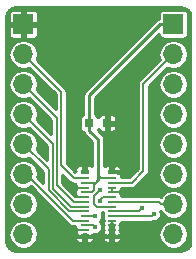
<source format=gtl>
G04 #@! TF.GenerationSoftware,KiCad,Pcbnew,(5.0-dev-4158-ga83669ab1)*
G04 #@! TF.CreationDate,2018-03-07T22:38:40+01:00*
G04 #@! TF.ProjectId,bbq10breakout,6262713130627265616B6F75742E6B69,rev?*
G04 #@! TF.SameCoordinates,Original*
G04 #@! TF.FileFunction,Copper,L1,Top,Signal*
G04 #@! TF.FilePolarity,Positive*
%FSLAX46Y46*%
G04 Gerber Fmt 4.6, Leading zero omitted, Abs format (unit mm)*
G04 Created by KiCad (PCBNEW (5.0-dev-4158-ga83669ab1)) date 03/07/18 22:38:40*
%MOMM*%
%LPD*%
G01*
G04 APERTURE LIST*
%ADD10R,1.700000X1.700000*%
%ADD11O,1.700000X1.700000*%
%ADD12R,0.800000X0.750000*%
%ADD13R,0.800000X0.200000*%
%ADD14R,0.800000X0.400000*%
%ADD15C,0.450000*%
%ADD16C,0.177800*%
%ADD17C,0.254000*%
G04 APERTURE END LIST*
D10*
X180340000Y-33020000D03*
D11*
X180340000Y-35560000D03*
X180340000Y-38100000D03*
X180340000Y-40640000D03*
X180340000Y-43180000D03*
X180340000Y-45720000D03*
X180340000Y-48260000D03*
X180340000Y-50800000D03*
X167640000Y-50800000D03*
X167640000Y-48260000D03*
X167640000Y-45720000D03*
X167640000Y-43180000D03*
X167640000Y-40640000D03*
X167640000Y-38100000D03*
X167640000Y-35560000D03*
D10*
X167640000Y-33020000D03*
D12*
X173240000Y-41402000D03*
X174740000Y-41402000D03*
D13*
X175140000Y-46060000D03*
X175140000Y-46460000D03*
X175140000Y-46860000D03*
X175140000Y-47260000D03*
X175140000Y-47660000D03*
X175140000Y-48060000D03*
X175140000Y-48460000D03*
X175140000Y-48860000D03*
X175140000Y-49260000D03*
X175140000Y-49660000D03*
X175140000Y-50060000D03*
X175140000Y-50460000D03*
X172840000Y-50460000D03*
X172840000Y-50060000D03*
X172840000Y-49660000D03*
X172840000Y-49260000D03*
X172840000Y-48860000D03*
X172840000Y-48460000D03*
X172840000Y-48060000D03*
X172840000Y-47660000D03*
X172840000Y-47260000D03*
X172840000Y-46860000D03*
X172840000Y-46460000D03*
X172840000Y-46060000D03*
D14*
X175140000Y-45560000D03*
X175140000Y-50960000D03*
X172840000Y-50960000D03*
X172840000Y-45560000D03*
D15*
X177038000Y-51054000D03*
X170180000Y-49784000D03*
X172466000Y-44831000D03*
X171450000Y-46482000D03*
X173736000Y-49276000D03*
X173736000Y-50165000D03*
X178700000Y-49100000D03*
X174100000Y-47100000D03*
X177700000Y-48600000D03*
X174100000Y-48000000D03*
D16*
X173417800Y-47260000D02*
X173600000Y-47077800D01*
X172840000Y-47260000D02*
X173417800Y-47260000D01*
X173600000Y-47077800D02*
X173600000Y-46618000D01*
X173600000Y-46618000D02*
X173990000Y-46228000D01*
D17*
X173990000Y-45847000D02*
X173990000Y-46228000D01*
D16*
X172840000Y-46460000D02*
X173758000Y-46460000D01*
X173758000Y-46460000D02*
X173990000Y-46228000D01*
D17*
X173990000Y-42781000D02*
X173990000Y-45847000D01*
D16*
X175140000Y-46060000D02*
X174203000Y-46060000D01*
X174203000Y-46060000D02*
X173990000Y-45847000D01*
D17*
X173240000Y-41402000D02*
X173240000Y-42031000D01*
X173240000Y-42031000D02*
X173990000Y-42781000D01*
X180340000Y-33020000D02*
X179236000Y-33020000D01*
X179236000Y-33020000D02*
X173240000Y-39016000D01*
X173240000Y-39016000D02*
X173240000Y-40773000D01*
X173240000Y-40773000D02*
X173240000Y-41402000D01*
D16*
X175140000Y-46860000D02*
X175140000Y-47260000D01*
X175140000Y-47260000D02*
X176006000Y-47260000D01*
X172840000Y-45205000D02*
X172466000Y-44831000D01*
X172840000Y-45560000D02*
X172840000Y-45205000D01*
X172262200Y-46860000D02*
X171828000Y-46860000D01*
X172840000Y-47660000D02*
X172262200Y-47660000D01*
X172262200Y-47660000D02*
X171450000Y-46847800D01*
X171450000Y-46847800D02*
X171450000Y-46800198D01*
X171450000Y-46800198D02*
X171450000Y-46482000D01*
X172840000Y-46860000D02*
X171828000Y-46860000D01*
X171828000Y-46860000D02*
X171450000Y-46482000D01*
X172840000Y-50460000D02*
X172262200Y-50460000D01*
X172262200Y-50460000D02*
X172176200Y-50546000D01*
X172262200Y-46860000D02*
X172259200Y-46863000D01*
X175140000Y-49660000D02*
X175140000Y-50060000D01*
X171917000Y-46060000D02*
X170840440Y-44983440D01*
X172840000Y-46060000D02*
X171917000Y-46060000D01*
X170840440Y-44983440D02*
X170840440Y-38760440D01*
X170840440Y-38760440D02*
X168489999Y-36409999D01*
X168489999Y-36409999D02*
X167640000Y-35560000D01*
X170484830Y-46654738D02*
X170484830Y-40944830D01*
X170484830Y-40944830D02*
X167640000Y-38100000D01*
X172840000Y-48060000D02*
X171890092Y-48060000D01*
X171890092Y-48060000D02*
X170484830Y-46654738D01*
X176806000Y-46460000D02*
X177800000Y-45466000D01*
X175140000Y-46460000D02*
X176806000Y-46460000D01*
X177800000Y-45466000D02*
X177800000Y-38100000D01*
X177800000Y-38100000D02*
X179490001Y-36409999D01*
X179490001Y-36409999D02*
X180340000Y-35560000D01*
X170129220Y-46939220D02*
X170129220Y-43129220D01*
X170129220Y-43129220D02*
X167640000Y-40640000D01*
X171650000Y-48460000D02*
X170129220Y-46939220D01*
X172840000Y-48460000D02*
X171650000Y-48460000D01*
X173720000Y-49260000D02*
X173736000Y-49276000D01*
X172840000Y-49260000D02*
X173720000Y-49260000D01*
X169773609Y-47086518D02*
X169773609Y-45313609D01*
X169773609Y-45313609D02*
X167640000Y-43180000D01*
X171547091Y-48860000D02*
X169773609Y-47086518D01*
X172840000Y-48860000D02*
X171547091Y-48860000D01*
X173631000Y-50060000D02*
X173736000Y-50165000D01*
X172840000Y-50060000D02*
X173631000Y-50060000D01*
X171844182Y-49660000D02*
X167904182Y-45720000D01*
X172840000Y-49660000D02*
X171844182Y-49660000D01*
X167904182Y-45720000D02*
X167640000Y-45720000D01*
X175140000Y-49260000D02*
X178540000Y-49260000D01*
X178540000Y-49260000D02*
X178700000Y-49100000D01*
X174562200Y-48460000D02*
X174530484Y-48491716D01*
X175140000Y-48460000D02*
X174562200Y-48460000D01*
X173863982Y-48491716D02*
X173608298Y-48236032D01*
X173608298Y-47591702D02*
X173875001Y-47324999D01*
X173875001Y-47324999D02*
X174100000Y-47100000D01*
X173608298Y-48236032D02*
X173608298Y-47591702D01*
X174530484Y-48491716D02*
X173863982Y-48491716D01*
X177475001Y-48824999D02*
X177700000Y-48600000D01*
X177440000Y-48860000D02*
X177475001Y-48824999D01*
X175140000Y-48860000D02*
X177440000Y-48860000D01*
X175140000Y-47660000D02*
X174440000Y-47660000D01*
X174440000Y-47660000D02*
X174324999Y-47775001D01*
X174324999Y-47775001D02*
X174100000Y-48000000D01*
X179124000Y-48060000D02*
X179324000Y-48260000D01*
X175140000Y-48060000D02*
X179124000Y-48060000D01*
X179324000Y-48260000D02*
X180340000Y-48260000D01*
D17*
G36*
X181283086Y-31641216D02*
X181544268Y-31815732D01*
X181718785Y-32076915D01*
X181789000Y-32429911D01*
X181789000Y-51390089D01*
X181718785Y-51743085D01*
X181544268Y-52004268D01*
X181283086Y-52178784D01*
X180930088Y-52249000D01*
X167049911Y-52249000D01*
X166696915Y-52178785D01*
X166435732Y-52004268D01*
X166261216Y-51743086D01*
X166191000Y-51390088D01*
X166191000Y-50800000D01*
X166384883Y-50800000D01*
X166478587Y-51271083D01*
X166745435Y-51670448D01*
X167144800Y-51937296D01*
X167615883Y-52031000D01*
X167664117Y-52031000D01*
X168135200Y-51937296D01*
X168534565Y-51670448D01*
X168801413Y-51271083D01*
X168824453Y-51155250D01*
X172059000Y-51155250D01*
X172059000Y-51235786D01*
X172117004Y-51375820D01*
X172224181Y-51482996D01*
X172364215Y-51541000D01*
X172617750Y-51541000D01*
X172713000Y-51445750D01*
X172713000Y-51060000D01*
X172967000Y-51060000D01*
X172967000Y-51445750D01*
X173062250Y-51541000D01*
X173315785Y-51541000D01*
X173455819Y-51482996D01*
X173562996Y-51375820D01*
X173621000Y-51235786D01*
X173621000Y-51155250D01*
X174359000Y-51155250D01*
X174359000Y-51235786D01*
X174417004Y-51375820D01*
X174524181Y-51482996D01*
X174664215Y-51541000D01*
X174917750Y-51541000D01*
X175013000Y-51445750D01*
X175013000Y-51060000D01*
X175267000Y-51060000D01*
X175267000Y-51445750D01*
X175362250Y-51541000D01*
X175615785Y-51541000D01*
X175755819Y-51482996D01*
X175862996Y-51375820D01*
X175921000Y-51235786D01*
X175921000Y-51155250D01*
X175825750Y-51060000D01*
X175267000Y-51060000D01*
X175013000Y-51060000D01*
X174454250Y-51060000D01*
X174359000Y-51155250D01*
X173621000Y-51155250D01*
X173525750Y-51060000D01*
X172967000Y-51060000D01*
X172713000Y-51060000D01*
X172154250Y-51060000D01*
X172059000Y-51155250D01*
X168824453Y-51155250D01*
X168895117Y-50800000D01*
X168801413Y-50328917D01*
X168534565Y-49929552D01*
X168135200Y-49662704D01*
X167664117Y-49569000D01*
X167615883Y-49569000D01*
X167144800Y-49662704D01*
X166745435Y-49929552D01*
X166478587Y-50328917D01*
X166384883Y-50800000D01*
X166191000Y-50800000D01*
X166191000Y-48260000D01*
X166384883Y-48260000D01*
X166478587Y-48731083D01*
X166745435Y-49130448D01*
X167144800Y-49397296D01*
X167615883Y-49491000D01*
X167664117Y-49491000D01*
X168135200Y-49397296D01*
X168534565Y-49130448D01*
X168801413Y-48731083D01*
X168895117Y-48260000D01*
X168801413Y-47788917D01*
X168534565Y-47389552D01*
X168135200Y-47122704D01*
X167664117Y-47029000D01*
X167615883Y-47029000D01*
X167144800Y-47122704D01*
X166745435Y-47389552D01*
X166478587Y-47788917D01*
X166384883Y-48260000D01*
X166191000Y-48260000D01*
X166191000Y-35560000D01*
X166384883Y-35560000D01*
X166478587Y-36031083D01*
X166745435Y-36430448D01*
X167144800Y-36697296D01*
X167615883Y-36791000D01*
X167664117Y-36791000D01*
X168116481Y-36701020D01*
X168157729Y-36742268D01*
X168157732Y-36742270D01*
X170370540Y-38955079D01*
X170370540Y-40166001D01*
X168791082Y-38586544D01*
X168801413Y-38571083D01*
X168895117Y-38100000D01*
X168801413Y-37628917D01*
X168534565Y-37229552D01*
X168135200Y-36962704D01*
X167664117Y-36869000D01*
X167615883Y-36869000D01*
X167144800Y-36962704D01*
X166745435Y-37229552D01*
X166478587Y-37628917D01*
X166384883Y-38100000D01*
X166478587Y-38571083D01*
X166745435Y-38970448D01*
X167144800Y-39237296D01*
X167615883Y-39331000D01*
X167664117Y-39331000D01*
X168116481Y-39241019D01*
X170014930Y-41139469D01*
X170014930Y-42350391D01*
X168791082Y-41126544D01*
X168801413Y-41111083D01*
X168895117Y-40640000D01*
X168801413Y-40168917D01*
X168534565Y-39769552D01*
X168135200Y-39502704D01*
X167664117Y-39409000D01*
X167615883Y-39409000D01*
X167144800Y-39502704D01*
X166745435Y-39769552D01*
X166478587Y-40168917D01*
X166384883Y-40640000D01*
X166478587Y-41111083D01*
X166745435Y-41510448D01*
X167144800Y-41777296D01*
X167615883Y-41871000D01*
X167664117Y-41871000D01*
X168116481Y-41781019D01*
X169659320Y-43323859D01*
X169659320Y-44534781D01*
X168791082Y-43666544D01*
X168801413Y-43651083D01*
X168895117Y-43180000D01*
X168801413Y-42708917D01*
X168534565Y-42309552D01*
X168135200Y-42042704D01*
X167664117Y-41949000D01*
X167615883Y-41949000D01*
X167144800Y-42042704D01*
X166745435Y-42309552D01*
X166478587Y-42708917D01*
X166384883Y-43180000D01*
X166478587Y-43651083D01*
X166745435Y-44050448D01*
X167144800Y-44317296D01*
X167615883Y-44411000D01*
X167664117Y-44411000D01*
X168116481Y-44321019D01*
X169303709Y-45508248D01*
X169303709Y-46454989D01*
X168840964Y-45992244D01*
X168895117Y-45720000D01*
X168801413Y-45248917D01*
X168534565Y-44849552D01*
X168135200Y-44582704D01*
X167664117Y-44489000D01*
X167615883Y-44489000D01*
X167144800Y-44582704D01*
X166745435Y-44849552D01*
X166478587Y-45248917D01*
X166384883Y-45720000D01*
X166478587Y-46191083D01*
X166745435Y-46590448D01*
X167144800Y-46857296D01*
X167615883Y-46951000D01*
X167664117Y-46951000D01*
X168135200Y-46857296D01*
X168280112Y-46760468D01*
X171511912Y-49992269D01*
X171634605Y-50074250D01*
X171664359Y-50094131D01*
X171844182Y-50129900D01*
X172051536Y-50129900D01*
X172051536Y-50160000D01*
X172070649Y-50256090D01*
X172059000Y-50284214D01*
X172059000Y-50314750D01*
X172137884Y-50393634D01*
X172165314Y-50434686D01*
X172201992Y-50459193D01*
X172117004Y-50544180D01*
X172114836Y-50549414D01*
X172059000Y-50605250D01*
X172059000Y-50635786D01*
X172069030Y-50660000D01*
X172059000Y-50684214D01*
X172059000Y-50764750D01*
X172154250Y-50860000D01*
X172201185Y-50860000D01*
X172224181Y-50882996D01*
X172364215Y-50941000D01*
X172617750Y-50941000D01*
X172698750Y-50860000D01*
X172713000Y-50860000D01*
X172713000Y-50813000D01*
X172967000Y-50813000D01*
X172967000Y-50860000D01*
X172981250Y-50860000D01*
X173062250Y-50941000D01*
X173315785Y-50941000D01*
X173455819Y-50882996D01*
X173478815Y-50860000D01*
X173525750Y-50860000D01*
X173614878Y-50770872D01*
X173614930Y-50770894D01*
X173856012Y-50771105D01*
X174078823Y-50679041D01*
X174249442Y-50508719D01*
X174341894Y-50286070D01*
X174342105Y-50044988D01*
X174250041Y-49822177D01*
X174148513Y-49720472D01*
X174249442Y-49619719D01*
X174341894Y-49397070D01*
X174342105Y-49155988D01*
X174261792Y-48961616D01*
X174351857Y-48961616D01*
X174371427Y-49060000D01*
X174351536Y-49160000D01*
X174351536Y-49360000D01*
X174370649Y-49456090D01*
X174359000Y-49484214D01*
X174359000Y-49514750D01*
X174437884Y-49593634D01*
X174465314Y-49634686D01*
X174501992Y-49659193D01*
X174417004Y-49744180D01*
X174414836Y-49749414D01*
X174359000Y-49805250D01*
X174359000Y-49835786D01*
X174369030Y-49860000D01*
X174359000Y-49884214D01*
X174359000Y-49914750D01*
X174414836Y-49970586D01*
X174417004Y-49975820D01*
X174501185Y-50060000D01*
X174417004Y-50144180D01*
X174414836Y-50149414D01*
X174359000Y-50205250D01*
X174359000Y-50235786D01*
X174369030Y-50260000D01*
X174359000Y-50284214D01*
X174359000Y-50314750D01*
X174414836Y-50370586D01*
X174417004Y-50375820D01*
X174501185Y-50460000D01*
X174417004Y-50544180D01*
X174414836Y-50549414D01*
X174359000Y-50605250D01*
X174359000Y-50635786D01*
X174369030Y-50660000D01*
X174359000Y-50684214D01*
X174359000Y-50764750D01*
X174454250Y-50860000D01*
X174501185Y-50860000D01*
X174524181Y-50882996D01*
X174664215Y-50941000D01*
X174917750Y-50941000D01*
X174998750Y-50860000D01*
X175013000Y-50860000D01*
X175013000Y-50474250D01*
X174998750Y-50460000D01*
X175013000Y-50445750D01*
X175013000Y-50074250D01*
X174998750Y-50060000D01*
X175013000Y-50045750D01*
X175013000Y-49960000D01*
X175267000Y-49960000D01*
X175267000Y-50045750D01*
X175281250Y-50060000D01*
X175267000Y-50074250D01*
X175267000Y-50445750D01*
X175281250Y-50460000D01*
X175267000Y-50474250D01*
X175267000Y-50860000D01*
X175281250Y-50860000D01*
X175362250Y-50941000D01*
X175615785Y-50941000D01*
X175755819Y-50882996D01*
X175778815Y-50860000D01*
X175825750Y-50860000D01*
X175885750Y-50800000D01*
X179084883Y-50800000D01*
X179178587Y-51271083D01*
X179445435Y-51670448D01*
X179844800Y-51937296D01*
X180315883Y-52031000D01*
X180364117Y-52031000D01*
X180835200Y-51937296D01*
X181234565Y-51670448D01*
X181501413Y-51271083D01*
X181595117Y-50800000D01*
X181501413Y-50328917D01*
X181234565Y-49929552D01*
X180835200Y-49662704D01*
X180364117Y-49569000D01*
X180315883Y-49569000D01*
X179844800Y-49662704D01*
X179445435Y-49929552D01*
X179178587Y-50328917D01*
X179084883Y-50800000D01*
X175885750Y-50800000D01*
X175921000Y-50764750D01*
X175921000Y-50684214D01*
X175910970Y-50660000D01*
X175921000Y-50635786D01*
X175921000Y-50605250D01*
X175865164Y-50549414D01*
X175862996Y-50544180D01*
X175778815Y-50460000D01*
X175862996Y-50375820D01*
X175865164Y-50370586D01*
X175921000Y-50314750D01*
X175921000Y-50284214D01*
X175910970Y-50260000D01*
X175921000Y-50235786D01*
X175921000Y-50205250D01*
X175865164Y-50149414D01*
X175862996Y-50144180D01*
X175778815Y-50060000D01*
X175862996Y-49975820D01*
X175865164Y-49970586D01*
X175921000Y-49914750D01*
X175921000Y-49884214D01*
X175910970Y-49860000D01*
X175921000Y-49835786D01*
X175921000Y-49805250D01*
X175902752Y-49787002D01*
X175921000Y-49787002D01*
X175921000Y-49729900D01*
X178540000Y-49729900D01*
X178660328Y-49705965D01*
X178820012Y-49706105D01*
X179042823Y-49614041D01*
X179213442Y-49443719D01*
X179305894Y-49221070D01*
X179306105Y-48979988D01*
X179243239Y-48827841D01*
X179445435Y-49130448D01*
X179844800Y-49397296D01*
X180315883Y-49491000D01*
X180364117Y-49491000D01*
X180835200Y-49397296D01*
X181234565Y-49130448D01*
X181501413Y-48731083D01*
X181595117Y-48260000D01*
X181501413Y-47788917D01*
X181234565Y-47389552D01*
X180835200Y-47122704D01*
X180364117Y-47029000D01*
X180315883Y-47029000D01*
X179844800Y-47122704D01*
X179445435Y-47389552D01*
X179289444Y-47623009D01*
X179124000Y-47590100D01*
X175928464Y-47590100D01*
X175928464Y-47560000D01*
X175909351Y-47463910D01*
X175921000Y-47435786D01*
X175921000Y-47405250D01*
X175842116Y-47326366D01*
X175814686Y-47285314D01*
X175778008Y-47260807D01*
X175862996Y-47175820D01*
X175865164Y-47170586D01*
X175921000Y-47114750D01*
X175921000Y-47084214D01*
X175910970Y-47060000D01*
X175921000Y-47035786D01*
X175921000Y-47005250D01*
X175902752Y-46987002D01*
X175921000Y-46987002D01*
X175921000Y-46929900D01*
X176806000Y-46929900D01*
X176985823Y-46894131D01*
X177138269Y-46792269D01*
X178132269Y-45798270D01*
X178184567Y-45720000D01*
X179084883Y-45720000D01*
X179178587Y-46191083D01*
X179445435Y-46590448D01*
X179844800Y-46857296D01*
X180315883Y-46951000D01*
X180364117Y-46951000D01*
X180835200Y-46857296D01*
X181234565Y-46590448D01*
X181501413Y-46191083D01*
X181595117Y-45720000D01*
X181501413Y-45248917D01*
X181234565Y-44849552D01*
X180835200Y-44582704D01*
X180364117Y-44489000D01*
X180315883Y-44489000D01*
X179844800Y-44582704D01*
X179445435Y-44849552D01*
X179178587Y-45248917D01*
X179084883Y-45720000D01*
X178184567Y-45720000D01*
X178234131Y-45645823D01*
X178245215Y-45590100D01*
X178269900Y-45466000D01*
X178269900Y-43180000D01*
X179084883Y-43180000D01*
X179178587Y-43651083D01*
X179445435Y-44050448D01*
X179844800Y-44317296D01*
X180315883Y-44411000D01*
X180364117Y-44411000D01*
X180835200Y-44317296D01*
X181234565Y-44050448D01*
X181501413Y-43651083D01*
X181595117Y-43180000D01*
X181501413Y-42708917D01*
X181234565Y-42309552D01*
X180835200Y-42042704D01*
X180364117Y-41949000D01*
X180315883Y-41949000D01*
X179844800Y-42042704D01*
X179445435Y-42309552D01*
X179178587Y-42708917D01*
X179084883Y-43180000D01*
X178269900Y-43180000D01*
X178269900Y-40640000D01*
X179084883Y-40640000D01*
X179178587Y-41111083D01*
X179445435Y-41510448D01*
X179844800Y-41777296D01*
X180315883Y-41871000D01*
X180364117Y-41871000D01*
X180835200Y-41777296D01*
X181234565Y-41510448D01*
X181501413Y-41111083D01*
X181595117Y-40640000D01*
X181501413Y-40168917D01*
X181234565Y-39769552D01*
X180835200Y-39502704D01*
X180364117Y-39409000D01*
X180315883Y-39409000D01*
X179844800Y-39502704D01*
X179445435Y-39769552D01*
X179178587Y-40168917D01*
X179084883Y-40640000D01*
X178269900Y-40640000D01*
X178269900Y-38294638D01*
X178464538Y-38100000D01*
X179084883Y-38100000D01*
X179178587Y-38571083D01*
X179445435Y-38970448D01*
X179844800Y-39237296D01*
X180315883Y-39331000D01*
X180364117Y-39331000D01*
X180835200Y-39237296D01*
X181234565Y-38970448D01*
X181501413Y-38571083D01*
X181595117Y-38100000D01*
X181501413Y-37628917D01*
X181234565Y-37229552D01*
X180835200Y-36962704D01*
X180364117Y-36869000D01*
X180315883Y-36869000D01*
X179844800Y-36962704D01*
X179445435Y-37229552D01*
X179178587Y-37628917D01*
X179084883Y-38100000D01*
X178464538Y-38100000D01*
X179822270Y-36742269D01*
X179822272Y-36742266D01*
X179863519Y-36701019D01*
X180315883Y-36791000D01*
X180364117Y-36791000D01*
X180835200Y-36697296D01*
X181234565Y-36430448D01*
X181501413Y-36031083D01*
X181595117Y-35560000D01*
X181501413Y-35088917D01*
X181234565Y-34689552D01*
X180835200Y-34422704D01*
X180364117Y-34329000D01*
X180315883Y-34329000D01*
X179844800Y-34422704D01*
X179445435Y-34689552D01*
X179178587Y-35088917D01*
X179084883Y-35560000D01*
X179178587Y-36031083D01*
X179188918Y-36046544D01*
X179157734Y-36077728D01*
X179157731Y-36077730D01*
X177467731Y-37767731D01*
X177365869Y-37920177D01*
X177330100Y-38100000D01*
X177330100Y-45271361D01*
X176611362Y-45990100D01*
X175928464Y-45990100D01*
X175928464Y-45960000D01*
X175909351Y-45863910D01*
X175921000Y-45835786D01*
X175921000Y-45755250D01*
X175825750Y-45660000D01*
X175776801Y-45660000D01*
X175688659Y-45601106D01*
X175540000Y-45571536D01*
X174993000Y-45571536D01*
X174993000Y-45460000D01*
X175013000Y-45460000D01*
X175013000Y-45074250D01*
X175267000Y-45074250D01*
X175267000Y-45460000D01*
X175825750Y-45460000D01*
X175921000Y-45364750D01*
X175921000Y-45284214D01*
X175862996Y-45144180D01*
X175755819Y-45037004D01*
X175615785Y-44979000D01*
X175362250Y-44979000D01*
X175267000Y-45074250D01*
X175013000Y-45074250D01*
X174917750Y-44979000D01*
X174664215Y-44979000D01*
X174524181Y-45037004D01*
X174498000Y-45063185D01*
X174498000Y-42781000D01*
X174480911Y-42695089D01*
X174459331Y-42586596D01*
X174349210Y-42421790D01*
X173940489Y-42013069D01*
X173992901Y-41934629D01*
X174017004Y-41992819D01*
X174124180Y-42099996D01*
X174264214Y-42158000D01*
X174517750Y-42158000D01*
X174613000Y-42062750D01*
X174613000Y-41529000D01*
X174867000Y-41529000D01*
X174867000Y-42062750D01*
X174962250Y-42158000D01*
X175215786Y-42158000D01*
X175355820Y-42099996D01*
X175462996Y-41992819D01*
X175521000Y-41852785D01*
X175521000Y-41624250D01*
X175425750Y-41529000D01*
X174867000Y-41529000D01*
X174613000Y-41529000D01*
X174593000Y-41529000D01*
X174593000Y-41275000D01*
X174613000Y-41275000D01*
X174613000Y-40741250D01*
X174867000Y-40741250D01*
X174867000Y-41275000D01*
X175425750Y-41275000D01*
X175521000Y-41179750D01*
X175521000Y-40951215D01*
X175462996Y-40811181D01*
X175355820Y-40704004D01*
X175215786Y-40646000D01*
X174962250Y-40646000D01*
X174867000Y-40741250D01*
X174613000Y-40741250D01*
X174517750Y-40646000D01*
X174264214Y-40646000D01*
X174124180Y-40704004D01*
X174017004Y-40811181D01*
X173992901Y-40869371D01*
X173914686Y-40752314D01*
X173788659Y-40668106D01*
X173748000Y-40660018D01*
X173748000Y-39226420D01*
X179102015Y-33872406D01*
X179131106Y-34018659D01*
X179215314Y-34144686D01*
X179341341Y-34228894D01*
X179490000Y-34258464D01*
X181190000Y-34258464D01*
X181338659Y-34228894D01*
X181464686Y-34144686D01*
X181548894Y-34018659D01*
X181578464Y-33870000D01*
X181578464Y-32170000D01*
X181548894Y-32021341D01*
X181464686Y-31895314D01*
X181338659Y-31811106D01*
X181190000Y-31781536D01*
X179490000Y-31781536D01*
X179341341Y-31811106D01*
X179215314Y-31895314D01*
X179131106Y-32021341D01*
X179101536Y-32170000D01*
X179101536Y-32538746D01*
X179041597Y-32550669D01*
X178876790Y-32660789D01*
X172880790Y-38656790D01*
X172770669Y-38821597D01*
X172732000Y-39016000D01*
X172732000Y-40660018D01*
X172691341Y-40668106D01*
X172565314Y-40752314D01*
X172481106Y-40878341D01*
X172451536Y-41027000D01*
X172451536Y-41777000D01*
X172481106Y-41925659D01*
X172565314Y-42051686D01*
X172691341Y-42135894D01*
X172755399Y-42148636D01*
X172770669Y-42225403D01*
X172880790Y-42390210D01*
X173482000Y-42991420D01*
X173482000Y-45063185D01*
X173455819Y-45037004D01*
X173315785Y-44979000D01*
X173062250Y-44979000D01*
X172967000Y-45074250D01*
X172967000Y-45460000D01*
X172987000Y-45460000D01*
X172987000Y-45571536D01*
X172693000Y-45571536D01*
X172693000Y-45460000D01*
X172713000Y-45460000D01*
X172713000Y-45074250D01*
X172617750Y-44979000D01*
X172364215Y-44979000D01*
X172224181Y-45037004D01*
X172117004Y-45144180D01*
X172059000Y-45284214D01*
X172059000Y-45364750D01*
X172127248Y-45432998D01*
X172059000Y-45432998D01*
X172059000Y-45537461D01*
X171310340Y-44788802D01*
X171310340Y-38760440D01*
X171274571Y-38580617D01*
X171267409Y-38569899D01*
X171172710Y-38428171D01*
X168822270Y-36077732D01*
X168822268Y-36077729D01*
X168791083Y-36046544D01*
X168801413Y-36031083D01*
X168895117Y-35560000D01*
X168801413Y-35088917D01*
X168534565Y-34689552D01*
X168135200Y-34422704D01*
X167664117Y-34329000D01*
X167615883Y-34329000D01*
X167144800Y-34422704D01*
X166745435Y-34689552D01*
X166478587Y-35088917D01*
X166384883Y-35560000D01*
X166191000Y-35560000D01*
X166191000Y-33242250D01*
X166409000Y-33242250D01*
X166409000Y-33945785D01*
X166467004Y-34085819D01*
X166574180Y-34192996D01*
X166714214Y-34251000D01*
X167417750Y-34251000D01*
X167513000Y-34155750D01*
X167513000Y-33147000D01*
X167767000Y-33147000D01*
X167767000Y-34155750D01*
X167862250Y-34251000D01*
X168565786Y-34251000D01*
X168705820Y-34192996D01*
X168812996Y-34085819D01*
X168871000Y-33945785D01*
X168871000Y-33242250D01*
X168775750Y-33147000D01*
X167767000Y-33147000D01*
X167513000Y-33147000D01*
X166504250Y-33147000D01*
X166409000Y-33242250D01*
X166191000Y-33242250D01*
X166191000Y-32429912D01*
X166257774Y-32094215D01*
X166409000Y-32094215D01*
X166409000Y-32797750D01*
X166504250Y-32893000D01*
X167513000Y-32893000D01*
X167513000Y-31884250D01*
X167767000Y-31884250D01*
X167767000Y-32893000D01*
X168775750Y-32893000D01*
X168871000Y-32797750D01*
X168871000Y-32094215D01*
X168812996Y-31954181D01*
X168705820Y-31847004D01*
X168565786Y-31789000D01*
X167862250Y-31789000D01*
X167767000Y-31884250D01*
X167513000Y-31884250D01*
X167417750Y-31789000D01*
X166714214Y-31789000D01*
X166574180Y-31847004D01*
X166467004Y-31954181D01*
X166409000Y-32094215D01*
X166257774Y-32094215D01*
X166261216Y-32076914D01*
X166435732Y-31815732D01*
X166696915Y-31641215D01*
X167049911Y-31571000D01*
X180930088Y-31571000D01*
X181283086Y-31641216D01*
X181283086Y-31641216D01*
G37*
X181283086Y-31641216D02*
X181544268Y-31815732D01*
X181718785Y-32076915D01*
X181789000Y-32429911D01*
X181789000Y-51390089D01*
X181718785Y-51743085D01*
X181544268Y-52004268D01*
X181283086Y-52178784D01*
X180930088Y-52249000D01*
X167049911Y-52249000D01*
X166696915Y-52178785D01*
X166435732Y-52004268D01*
X166261216Y-51743086D01*
X166191000Y-51390088D01*
X166191000Y-50800000D01*
X166384883Y-50800000D01*
X166478587Y-51271083D01*
X166745435Y-51670448D01*
X167144800Y-51937296D01*
X167615883Y-52031000D01*
X167664117Y-52031000D01*
X168135200Y-51937296D01*
X168534565Y-51670448D01*
X168801413Y-51271083D01*
X168824453Y-51155250D01*
X172059000Y-51155250D01*
X172059000Y-51235786D01*
X172117004Y-51375820D01*
X172224181Y-51482996D01*
X172364215Y-51541000D01*
X172617750Y-51541000D01*
X172713000Y-51445750D01*
X172713000Y-51060000D01*
X172967000Y-51060000D01*
X172967000Y-51445750D01*
X173062250Y-51541000D01*
X173315785Y-51541000D01*
X173455819Y-51482996D01*
X173562996Y-51375820D01*
X173621000Y-51235786D01*
X173621000Y-51155250D01*
X174359000Y-51155250D01*
X174359000Y-51235786D01*
X174417004Y-51375820D01*
X174524181Y-51482996D01*
X174664215Y-51541000D01*
X174917750Y-51541000D01*
X175013000Y-51445750D01*
X175013000Y-51060000D01*
X175267000Y-51060000D01*
X175267000Y-51445750D01*
X175362250Y-51541000D01*
X175615785Y-51541000D01*
X175755819Y-51482996D01*
X175862996Y-51375820D01*
X175921000Y-51235786D01*
X175921000Y-51155250D01*
X175825750Y-51060000D01*
X175267000Y-51060000D01*
X175013000Y-51060000D01*
X174454250Y-51060000D01*
X174359000Y-51155250D01*
X173621000Y-51155250D01*
X173525750Y-51060000D01*
X172967000Y-51060000D01*
X172713000Y-51060000D01*
X172154250Y-51060000D01*
X172059000Y-51155250D01*
X168824453Y-51155250D01*
X168895117Y-50800000D01*
X168801413Y-50328917D01*
X168534565Y-49929552D01*
X168135200Y-49662704D01*
X167664117Y-49569000D01*
X167615883Y-49569000D01*
X167144800Y-49662704D01*
X166745435Y-49929552D01*
X166478587Y-50328917D01*
X166384883Y-50800000D01*
X166191000Y-50800000D01*
X166191000Y-48260000D01*
X166384883Y-48260000D01*
X166478587Y-48731083D01*
X166745435Y-49130448D01*
X167144800Y-49397296D01*
X167615883Y-49491000D01*
X167664117Y-49491000D01*
X168135200Y-49397296D01*
X168534565Y-49130448D01*
X168801413Y-48731083D01*
X168895117Y-48260000D01*
X168801413Y-47788917D01*
X168534565Y-47389552D01*
X168135200Y-47122704D01*
X167664117Y-47029000D01*
X167615883Y-47029000D01*
X167144800Y-47122704D01*
X166745435Y-47389552D01*
X166478587Y-47788917D01*
X166384883Y-48260000D01*
X166191000Y-48260000D01*
X166191000Y-35560000D01*
X166384883Y-35560000D01*
X166478587Y-36031083D01*
X166745435Y-36430448D01*
X167144800Y-36697296D01*
X167615883Y-36791000D01*
X167664117Y-36791000D01*
X168116481Y-36701020D01*
X168157729Y-36742268D01*
X168157732Y-36742270D01*
X170370540Y-38955079D01*
X170370540Y-40166001D01*
X168791082Y-38586544D01*
X168801413Y-38571083D01*
X168895117Y-38100000D01*
X168801413Y-37628917D01*
X168534565Y-37229552D01*
X168135200Y-36962704D01*
X167664117Y-36869000D01*
X167615883Y-36869000D01*
X167144800Y-36962704D01*
X166745435Y-37229552D01*
X166478587Y-37628917D01*
X166384883Y-38100000D01*
X166478587Y-38571083D01*
X166745435Y-38970448D01*
X167144800Y-39237296D01*
X167615883Y-39331000D01*
X167664117Y-39331000D01*
X168116481Y-39241019D01*
X170014930Y-41139469D01*
X170014930Y-42350391D01*
X168791082Y-41126544D01*
X168801413Y-41111083D01*
X168895117Y-40640000D01*
X168801413Y-40168917D01*
X168534565Y-39769552D01*
X168135200Y-39502704D01*
X167664117Y-39409000D01*
X167615883Y-39409000D01*
X167144800Y-39502704D01*
X166745435Y-39769552D01*
X166478587Y-40168917D01*
X166384883Y-40640000D01*
X166478587Y-41111083D01*
X166745435Y-41510448D01*
X167144800Y-41777296D01*
X167615883Y-41871000D01*
X167664117Y-41871000D01*
X168116481Y-41781019D01*
X169659320Y-43323859D01*
X169659320Y-44534781D01*
X168791082Y-43666544D01*
X168801413Y-43651083D01*
X168895117Y-43180000D01*
X168801413Y-42708917D01*
X168534565Y-42309552D01*
X168135200Y-42042704D01*
X167664117Y-41949000D01*
X167615883Y-41949000D01*
X167144800Y-42042704D01*
X166745435Y-42309552D01*
X166478587Y-42708917D01*
X166384883Y-43180000D01*
X166478587Y-43651083D01*
X166745435Y-44050448D01*
X167144800Y-44317296D01*
X167615883Y-44411000D01*
X167664117Y-44411000D01*
X168116481Y-44321019D01*
X169303709Y-45508248D01*
X169303709Y-46454989D01*
X168840964Y-45992244D01*
X168895117Y-45720000D01*
X168801413Y-45248917D01*
X168534565Y-44849552D01*
X168135200Y-44582704D01*
X167664117Y-44489000D01*
X167615883Y-44489000D01*
X167144800Y-44582704D01*
X166745435Y-44849552D01*
X166478587Y-45248917D01*
X166384883Y-45720000D01*
X166478587Y-46191083D01*
X166745435Y-46590448D01*
X167144800Y-46857296D01*
X167615883Y-46951000D01*
X167664117Y-46951000D01*
X168135200Y-46857296D01*
X168280112Y-46760468D01*
X171511912Y-49992269D01*
X171634605Y-50074250D01*
X171664359Y-50094131D01*
X171844182Y-50129900D01*
X172051536Y-50129900D01*
X172051536Y-50160000D01*
X172070649Y-50256090D01*
X172059000Y-50284214D01*
X172059000Y-50314750D01*
X172137884Y-50393634D01*
X172165314Y-50434686D01*
X172201992Y-50459193D01*
X172117004Y-50544180D01*
X172114836Y-50549414D01*
X172059000Y-50605250D01*
X172059000Y-50635786D01*
X172069030Y-50660000D01*
X172059000Y-50684214D01*
X172059000Y-50764750D01*
X172154250Y-50860000D01*
X172201185Y-50860000D01*
X172224181Y-50882996D01*
X172364215Y-50941000D01*
X172617750Y-50941000D01*
X172698750Y-50860000D01*
X172713000Y-50860000D01*
X172713000Y-50813000D01*
X172967000Y-50813000D01*
X172967000Y-50860000D01*
X172981250Y-50860000D01*
X173062250Y-50941000D01*
X173315785Y-50941000D01*
X173455819Y-50882996D01*
X173478815Y-50860000D01*
X173525750Y-50860000D01*
X173614878Y-50770872D01*
X173614930Y-50770894D01*
X173856012Y-50771105D01*
X174078823Y-50679041D01*
X174249442Y-50508719D01*
X174341894Y-50286070D01*
X174342105Y-50044988D01*
X174250041Y-49822177D01*
X174148513Y-49720472D01*
X174249442Y-49619719D01*
X174341894Y-49397070D01*
X174342105Y-49155988D01*
X174261792Y-48961616D01*
X174351857Y-48961616D01*
X174371427Y-49060000D01*
X174351536Y-49160000D01*
X174351536Y-49360000D01*
X174370649Y-49456090D01*
X174359000Y-49484214D01*
X174359000Y-49514750D01*
X174437884Y-49593634D01*
X174465314Y-49634686D01*
X174501992Y-49659193D01*
X174417004Y-49744180D01*
X174414836Y-49749414D01*
X174359000Y-49805250D01*
X174359000Y-49835786D01*
X174369030Y-49860000D01*
X174359000Y-49884214D01*
X174359000Y-49914750D01*
X174414836Y-49970586D01*
X174417004Y-49975820D01*
X174501185Y-50060000D01*
X174417004Y-50144180D01*
X174414836Y-50149414D01*
X174359000Y-50205250D01*
X174359000Y-50235786D01*
X174369030Y-50260000D01*
X174359000Y-50284214D01*
X174359000Y-50314750D01*
X174414836Y-50370586D01*
X174417004Y-50375820D01*
X174501185Y-50460000D01*
X174417004Y-50544180D01*
X174414836Y-50549414D01*
X174359000Y-50605250D01*
X174359000Y-50635786D01*
X174369030Y-50660000D01*
X174359000Y-50684214D01*
X174359000Y-50764750D01*
X174454250Y-50860000D01*
X174501185Y-50860000D01*
X174524181Y-50882996D01*
X174664215Y-50941000D01*
X174917750Y-50941000D01*
X174998750Y-50860000D01*
X175013000Y-50860000D01*
X175013000Y-50474250D01*
X174998750Y-50460000D01*
X175013000Y-50445750D01*
X175013000Y-50074250D01*
X174998750Y-50060000D01*
X175013000Y-50045750D01*
X175013000Y-49960000D01*
X175267000Y-49960000D01*
X175267000Y-50045750D01*
X175281250Y-50060000D01*
X175267000Y-50074250D01*
X175267000Y-50445750D01*
X175281250Y-50460000D01*
X175267000Y-50474250D01*
X175267000Y-50860000D01*
X175281250Y-50860000D01*
X175362250Y-50941000D01*
X175615785Y-50941000D01*
X175755819Y-50882996D01*
X175778815Y-50860000D01*
X175825750Y-50860000D01*
X175885750Y-50800000D01*
X179084883Y-50800000D01*
X179178587Y-51271083D01*
X179445435Y-51670448D01*
X179844800Y-51937296D01*
X180315883Y-52031000D01*
X180364117Y-52031000D01*
X180835200Y-51937296D01*
X181234565Y-51670448D01*
X181501413Y-51271083D01*
X181595117Y-50800000D01*
X181501413Y-50328917D01*
X181234565Y-49929552D01*
X180835200Y-49662704D01*
X180364117Y-49569000D01*
X180315883Y-49569000D01*
X179844800Y-49662704D01*
X179445435Y-49929552D01*
X179178587Y-50328917D01*
X179084883Y-50800000D01*
X175885750Y-50800000D01*
X175921000Y-50764750D01*
X175921000Y-50684214D01*
X175910970Y-50660000D01*
X175921000Y-50635786D01*
X175921000Y-50605250D01*
X175865164Y-50549414D01*
X175862996Y-50544180D01*
X175778815Y-50460000D01*
X175862996Y-50375820D01*
X175865164Y-50370586D01*
X175921000Y-50314750D01*
X175921000Y-50284214D01*
X175910970Y-50260000D01*
X175921000Y-50235786D01*
X175921000Y-50205250D01*
X175865164Y-50149414D01*
X175862996Y-50144180D01*
X175778815Y-50060000D01*
X175862996Y-49975820D01*
X175865164Y-49970586D01*
X175921000Y-49914750D01*
X175921000Y-49884214D01*
X175910970Y-49860000D01*
X175921000Y-49835786D01*
X175921000Y-49805250D01*
X175902752Y-49787002D01*
X175921000Y-49787002D01*
X175921000Y-49729900D01*
X178540000Y-49729900D01*
X178660328Y-49705965D01*
X178820012Y-49706105D01*
X179042823Y-49614041D01*
X179213442Y-49443719D01*
X179305894Y-49221070D01*
X179306105Y-48979988D01*
X179243239Y-48827841D01*
X179445435Y-49130448D01*
X179844800Y-49397296D01*
X180315883Y-49491000D01*
X180364117Y-49491000D01*
X180835200Y-49397296D01*
X181234565Y-49130448D01*
X181501413Y-48731083D01*
X181595117Y-48260000D01*
X181501413Y-47788917D01*
X181234565Y-47389552D01*
X180835200Y-47122704D01*
X180364117Y-47029000D01*
X180315883Y-47029000D01*
X179844800Y-47122704D01*
X179445435Y-47389552D01*
X179289444Y-47623009D01*
X179124000Y-47590100D01*
X175928464Y-47590100D01*
X175928464Y-47560000D01*
X175909351Y-47463910D01*
X175921000Y-47435786D01*
X175921000Y-47405250D01*
X175842116Y-47326366D01*
X175814686Y-47285314D01*
X175778008Y-47260807D01*
X175862996Y-47175820D01*
X175865164Y-47170586D01*
X175921000Y-47114750D01*
X175921000Y-47084214D01*
X175910970Y-47060000D01*
X175921000Y-47035786D01*
X175921000Y-47005250D01*
X175902752Y-46987002D01*
X175921000Y-46987002D01*
X175921000Y-46929900D01*
X176806000Y-46929900D01*
X176985823Y-46894131D01*
X177138269Y-46792269D01*
X178132269Y-45798270D01*
X178184567Y-45720000D01*
X179084883Y-45720000D01*
X179178587Y-46191083D01*
X179445435Y-46590448D01*
X179844800Y-46857296D01*
X180315883Y-46951000D01*
X180364117Y-46951000D01*
X180835200Y-46857296D01*
X181234565Y-46590448D01*
X181501413Y-46191083D01*
X181595117Y-45720000D01*
X181501413Y-45248917D01*
X181234565Y-44849552D01*
X180835200Y-44582704D01*
X180364117Y-44489000D01*
X180315883Y-44489000D01*
X179844800Y-44582704D01*
X179445435Y-44849552D01*
X179178587Y-45248917D01*
X179084883Y-45720000D01*
X178184567Y-45720000D01*
X178234131Y-45645823D01*
X178245215Y-45590100D01*
X178269900Y-45466000D01*
X178269900Y-43180000D01*
X179084883Y-43180000D01*
X179178587Y-43651083D01*
X179445435Y-44050448D01*
X179844800Y-44317296D01*
X180315883Y-44411000D01*
X180364117Y-44411000D01*
X180835200Y-44317296D01*
X181234565Y-44050448D01*
X181501413Y-43651083D01*
X181595117Y-43180000D01*
X181501413Y-42708917D01*
X181234565Y-42309552D01*
X180835200Y-42042704D01*
X180364117Y-41949000D01*
X180315883Y-41949000D01*
X179844800Y-42042704D01*
X179445435Y-42309552D01*
X179178587Y-42708917D01*
X179084883Y-43180000D01*
X178269900Y-43180000D01*
X178269900Y-40640000D01*
X179084883Y-40640000D01*
X179178587Y-41111083D01*
X179445435Y-41510448D01*
X179844800Y-41777296D01*
X180315883Y-41871000D01*
X180364117Y-41871000D01*
X180835200Y-41777296D01*
X181234565Y-41510448D01*
X181501413Y-41111083D01*
X181595117Y-40640000D01*
X181501413Y-40168917D01*
X181234565Y-39769552D01*
X180835200Y-39502704D01*
X180364117Y-39409000D01*
X180315883Y-39409000D01*
X179844800Y-39502704D01*
X179445435Y-39769552D01*
X179178587Y-40168917D01*
X179084883Y-40640000D01*
X178269900Y-40640000D01*
X178269900Y-38294638D01*
X178464538Y-38100000D01*
X179084883Y-38100000D01*
X179178587Y-38571083D01*
X179445435Y-38970448D01*
X179844800Y-39237296D01*
X180315883Y-39331000D01*
X180364117Y-39331000D01*
X180835200Y-39237296D01*
X181234565Y-38970448D01*
X181501413Y-38571083D01*
X181595117Y-38100000D01*
X181501413Y-37628917D01*
X181234565Y-37229552D01*
X180835200Y-36962704D01*
X180364117Y-36869000D01*
X180315883Y-36869000D01*
X179844800Y-36962704D01*
X179445435Y-37229552D01*
X179178587Y-37628917D01*
X179084883Y-38100000D01*
X178464538Y-38100000D01*
X179822270Y-36742269D01*
X179822272Y-36742266D01*
X179863519Y-36701019D01*
X180315883Y-36791000D01*
X180364117Y-36791000D01*
X180835200Y-36697296D01*
X181234565Y-36430448D01*
X181501413Y-36031083D01*
X181595117Y-35560000D01*
X181501413Y-35088917D01*
X181234565Y-34689552D01*
X180835200Y-34422704D01*
X180364117Y-34329000D01*
X180315883Y-34329000D01*
X179844800Y-34422704D01*
X179445435Y-34689552D01*
X179178587Y-35088917D01*
X179084883Y-35560000D01*
X179178587Y-36031083D01*
X179188918Y-36046544D01*
X179157734Y-36077728D01*
X179157731Y-36077730D01*
X177467731Y-37767731D01*
X177365869Y-37920177D01*
X177330100Y-38100000D01*
X177330100Y-45271361D01*
X176611362Y-45990100D01*
X175928464Y-45990100D01*
X175928464Y-45960000D01*
X175909351Y-45863910D01*
X175921000Y-45835786D01*
X175921000Y-45755250D01*
X175825750Y-45660000D01*
X175776801Y-45660000D01*
X175688659Y-45601106D01*
X175540000Y-45571536D01*
X174993000Y-45571536D01*
X174993000Y-45460000D01*
X175013000Y-45460000D01*
X175013000Y-45074250D01*
X175267000Y-45074250D01*
X175267000Y-45460000D01*
X175825750Y-45460000D01*
X175921000Y-45364750D01*
X175921000Y-45284214D01*
X175862996Y-45144180D01*
X175755819Y-45037004D01*
X175615785Y-44979000D01*
X175362250Y-44979000D01*
X175267000Y-45074250D01*
X175013000Y-45074250D01*
X174917750Y-44979000D01*
X174664215Y-44979000D01*
X174524181Y-45037004D01*
X174498000Y-45063185D01*
X174498000Y-42781000D01*
X174480911Y-42695089D01*
X174459331Y-42586596D01*
X174349210Y-42421790D01*
X173940489Y-42013069D01*
X173992901Y-41934629D01*
X174017004Y-41992819D01*
X174124180Y-42099996D01*
X174264214Y-42158000D01*
X174517750Y-42158000D01*
X174613000Y-42062750D01*
X174613000Y-41529000D01*
X174867000Y-41529000D01*
X174867000Y-42062750D01*
X174962250Y-42158000D01*
X175215786Y-42158000D01*
X175355820Y-42099996D01*
X175462996Y-41992819D01*
X175521000Y-41852785D01*
X175521000Y-41624250D01*
X175425750Y-41529000D01*
X174867000Y-41529000D01*
X174613000Y-41529000D01*
X174593000Y-41529000D01*
X174593000Y-41275000D01*
X174613000Y-41275000D01*
X174613000Y-40741250D01*
X174867000Y-40741250D01*
X174867000Y-41275000D01*
X175425750Y-41275000D01*
X175521000Y-41179750D01*
X175521000Y-40951215D01*
X175462996Y-40811181D01*
X175355820Y-40704004D01*
X175215786Y-40646000D01*
X174962250Y-40646000D01*
X174867000Y-40741250D01*
X174613000Y-40741250D01*
X174517750Y-40646000D01*
X174264214Y-40646000D01*
X174124180Y-40704004D01*
X174017004Y-40811181D01*
X173992901Y-40869371D01*
X173914686Y-40752314D01*
X173788659Y-40668106D01*
X173748000Y-40660018D01*
X173748000Y-39226420D01*
X179102015Y-33872406D01*
X179131106Y-34018659D01*
X179215314Y-34144686D01*
X179341341Y-34228894D01*
X179490000Y-34258464D01*
X181190000Y-34258464D01*
X181338659Y-34228894D01*
X181464686Y-34144686D01*
X181548894Y-34018659D01*
X181578464Y-33870000D01*
X181578464Y-32170000D01*
X181548894Y-32021341D01*
X181464686Y-31895314D01*
X181338659Y-31811106D01*
X181190000Y-31781536D01*
X179490000Y-31781536D01*
X179341341Y-31811106D01*
X179215314Y-31895314D01*
X179131106Y-32021341D01*
X179101536Y-32170000D01*
X179101536Y-32538746D01*
X179041597Y-32550669D01*
X178876790Y-32660789D01*
X172880790Y-38656790D01*
X172770669Y-38821597D01*
X172732000Y-39016000D01*
X172732000Y-40660018D01*
X172691341Y-40668106D01*
X172565314Y-40752314D01*
X172481106Y-40878341D01*
X172451536Y-41027000D01*
X172451536Y-41777000D01*
X172481106Y-41925659D01*
X172565314Y-42051686D01*
X172691341Y-42135894D01*
X172755399Y-42148636D01*
X172770669Y-42225403D01*
X172880790Y-42390210D01*
X173482000Y-42991420D01*
X173482000Y-45063185D01*
X173455819Y-45037004D01*
X173315785Y-44979000D01*
X173062250Y-44979000D01*
X172967000Y-45074250D01*
X172967000Y-45460000D01*
X172987000Y-45460000D01*
X172987000Y-45571536D01*
X172693000Y-45571536D01*
X172693000Y-45460000D01*
X172713000Y-45460000D01*
X172713000Y-45074250D01*
X172617750Y-44979000D01*
X172364215Y-44979000D01*
X172224181Y-45037004D01*
X172117004Y-45144180D01*
X172059000Y-45284214D01*
X172059000Y-45364750D01*
X172127248Y-45432998D01*
X172059000Y-45432998D01*
X172059000Y-45537461D01*
X171310340Y-44788802D01*
X171310340Y-38760440D01*
X171274571Y-38580617D01*
X171267409Y-38569899D01*
X171172710Y-38428171D01*
X168822270Y-36077732D01*
X168822268Y-36077729D01*
X168791083Y-36046544D01*
X168801413Y-36031083D01*
X168895117Y-35560000D01*
X168801413Y-35088917D01*
X168534565Y-34689552D01*
X168135200Y-34422704D01*
X167664117Y-34329000D01*
X167615883Y-34329000D01*
X167144800Y-34422704D01*
X166745435Y-34689552D01*
X166478587Y-35088917D01*
X166384883Y-35560000D01*
X166191000Y-35560000D01*
X166191000Y-33242250D01*
X166409000Y-33242250D01*
X166409000Y-33945785D01*
X166467004Y-34085819D01*
X166574180Y-34192996D01*
X166714214Y-34251000D01*
X167417750Y-34251000D01*
X167513000Y-34155750D01*
X167513000Y-33147000D01*
X167767000Y-33147000D01*
X167767000Y-34155750D01*
X167862250Y-34251000D01*
X168565786Y-34251000D01*
X168705820Y-34192996D01*
X168812996Y-34085819D01*
X168871000Y-33945785D01*
X168871000Y-33242250D01*
X168775750Y-33147000D01*
X167767000Y-33147000D01*
X167513000Y-33147000D01*
X166504250Y-33147000D01*
X166409000Y-33242250D01*
X166191000Y-33242250D01*
X166191000Y-32429912D01*
X166257774Y-32094215D01*
X166409000Y-32094215D01*
X166409000Y-32797750D01*
X166504250Y-32893000D01*
X167513000Y-32893000D01*
X167513000Y-31884250D01*
X167767000Y-31884250D01*
X167767000Y-32893000D01*
X168775750Y-32893000D01*
X168871000Y-32797750D01*
X168871000Y-32094215D01*
X168812996Y-31954181D01*
X168705820Y-31847004D01*
X168565786Y-31789000D01*
X167862250Y-31789000D01*
X167767000Y-31884250D01*
X167513000Y-31884250D01*
X167417750Y-31789000D01*
X166714214Y-31789000D01*
X166574180Y-31847004D01*
X166467004Y-31954181D01*
X166409000Y-32094215D01*
X166257774Y-32094215D01*
X166261216Y-32076914D01*
X166435732Y-31815732D01*
X166696915Y-31641215D01*
X167049911Y-31571000D01*
X180930088Y-31571000D01*
X181283086Y-31641216D01*
G36*
X171584731Y-46392270D02*
X171737177Y-46494131D01*
X171917000Y-46529900D01*
X172051536Y-46529900D01*
X172051536Y-46560000D01*
X172070649Y-46656090D01*
X172059000Y-46684214D01*
X172059000Y-46714750D01*
X172137884Y-46793634D01*
X172165314Y-46834686D01*
X172203199Y-46860000D01*
X172165314Y-46885314D01*
X172137884Y-46926366D01*
X172059000Y-47005250D01*
X172059000Y-47035786D01*
X172070649Y-47063910D01*
X172051536Y-47160000D01*
X172051536Y-47360000D01*
X172070649Y-47456090D01*
X172059000Y-47484214D01*
X172059000Y-47514750D01*
X172077248Y-47532998D01*
X172059000Y-47532998D01*
X172059000Y-47564369D01*
X170954730Y-46460100D01*
X170954730Y-45762268D01*
X171584731Y-46392270D01*
X171584731Y-46392270D01*
G37*
X171584731Y-46392270D02*
X171737177Y-46494131D01*
X171917000Y-46529900D01*
X172051536Y-46529900D01*
X172051536Y-46560000D01*
X172070649Y-46656090D01*
X172059000Y-46684214D01*
X172059000Y-46714750D01*
X172137884Y-46793634D01*
X172165314Y-46834686D01*
X172203199Y-46860000D01*
X172165314Y-46885314D01*
X172137884Y-46926366D01*
X172059000Y-47005250D01*
X172059000Y-47035786D01*
X172070649Y-47063910D01*
X172051536Y-47160000D01*
X172051536Y-47360000D01*
X172070649Y-47456090D01*
X172059000Y-47484214D01*
X172059000Y-47514750D01*
X172077248Y-47532998D01*
X172059000Y-47532998D01*
X172059000Y-47564369D01*
X170954730Y-46460100D01*
X170954730Y-45762268D01*
X171584731Y-46392270D01*
M02*

</source>
